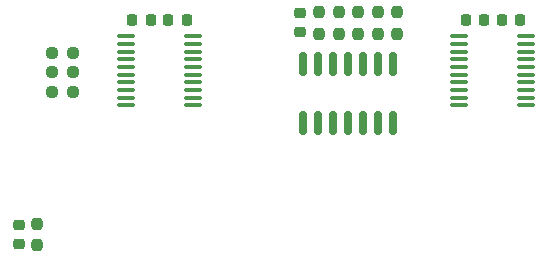
<source format=gbr>
%TF.GenerationSoftware,KiCad,Pcbnew,8.0.5*%
%TF.CreationDate,2025-05-13T06:25:59+01:00*%
%TF.ProjectId,pico1541 v0.1,7069636f-3135-4343-9120-76302e312e6b,rev?*%
%TF.SameCoordinates,Original*%
%TF.FileFunction,Paste,Top*%
%TF.FilePolarity,Positive*%
%FSLAX46Y46*%
G04 Gerber Fmt 4.6, Leading zero omitted, Abs format (unit mm)*
G04 Created by KiCad (PCBNEW 8.0.5) date 2025-05-13 06:25:59*
%MOMM*%
%LPD*%
G01*
G04 APERTURE LIST*
G04 Aperture macros list*
%AMRoundRect*
0 Rectangle with rounded corners*
0 $1 Rounding radius*
0 $2 $3 $4 $5 $6 $7 $8 $9 X,Y pos of 4 corners*
0 Add a 4 corners polygon primitive as box body*
4,1,4,$2,$3,$4,$5,$6,$7,$8,$9,$2,$3,0*
0 Add four circle primitives for the rounded corners*
1,1,$1+$1,$2,$3*
1,1,$1+$1,$4,$5*
1,1,$1+$1,$6,$7*
1,1,$1+$1,$8,$9*
0 Add four rect primitives between the rounded corners*
20,1,$1+$1,$2,$3,$4,$5,0*
20,1,$1+$1,$4,$5,$6,$7,0*
20,1,$1+$1,$6,$7,$8,$9,0*
20,1,$1+$1,$8,$9,$2,$3,0*%
G04 Aperture macros list end*
%ADD10RoundRect,0.100000X-0.637500X-0.100000X0.637500X-0.100000X0.637500X0.100000X-0.637500X0.100000X0*%
%ADD11RoundRect,0.237500X0.250000X0.237500X-0.250000X0.237500X-0.250000X-0.237500X0.250000X-0.237500X0*%
%ADD12RoundRect,0.237500X-0.250000X-0.237500X0.250000X-0.237500X0.250000X0.237500X-0.250000X0.237500X0*%
%ADD13RoundRect,0.237500X0.237500X-0.250000X0.237500X0.250000X-0.237500X0.250000X-0.237500X-0.250000X0*%
%ADD14RoundRect,0.150000X0.150000X-0.825000X0.150000X0.825000X-0.150000X0.825000X-0.150000X-0.825000X0*%
%ADD15RoundRect,0.237500X-0.237500X0.250000X-0.237500X-0.250000X0.237500X-0.250000X0.237500X0.250000X0*%
%ADD16RoundRect,0.225000X-0.225000X-0.250000X0.225000X-0.250000X0.225000X0.250000X-0.225000X0.250000X0*%
%ADD17RoundRect,0.225000X0.225000X0.250000X-0.225000X0.250000X-0.225000X-0.250000X0.225000X-0.250000X0*%
%ADD18RoundRect,0.225000X0.250000X-0.225000X0.250000X0.225000X-0.250000X0.225000X-0.250000X-0.225000X0*%
%ADD19RoundRect,0.218750X-0.256250X0.218750X-0.256250X-0.218750X0.256250X-0.218750X0.256250X0.218750X0*%
G04 APERTURE END LIST*
D10*
%TO.C,U4*%
X132580000Y-80387000D03*
X132580000Y-81037000D03*
X132580000Y-81687000D03*
X132580000Y-82337000D03*
X132580000Y-82987000D03*
X132580000Y-83637000D03*
X132580000Y-84287000D03*
X132580000Y-84937000D03*
X132580000Y-85587000D03*
X132580000Y-86237000D03*
X138305000Y-86237000D03*
X138305000Y-85587000D03*
X138305000Y-84937000D03*
X138305000Y-84287000D03*
X138305000Y-83637000D03*
X138305000Y-82987000D03*
X138305000Y-82337000D03*
X138305000Y-81687000D03*
X138305000Y-81037000D03*
X138305000Y-80387000D03*
%TD*%
%TO.C,U3*%
X160775500Y-80387000D03*
X160775500Y-81037000D03*
X160775500Y-81687000D03*
X160775500Y-82337000D03*
X160775500Y-82987000D03*
X160775500Y-83637000D03*
X160775500Y-84287000D03*
X160775500Y-84937000D03*
X160775500Y-85587000D03*
X160775500Y-86237000D03*
X166500500Y-86237000D03*
X166500500Y-85587000D03*
X166500500Y-84937000D03*
X166500500Y-84287000D03*
X166500500Y-83637000D03*
X166500500Y-82987000D03*
X166500500Y-82337000D03*
X166500500Y-81687000D03*
X166500500Y-81037000D03*
X166500500Y-80387000D03*
%TD*%
D11*
%TO.C,R4*%
X128143000Y-85090000D03*
X126318000Y-85090000D03*
%TD*%
D12*
%TO.C,R3*%
X126318000Y-83439000D03*
X128143000Y-83439000D03*
%TD*%
D13*
%TO.C,R9*%
X155575000Y-80160500D03*
X155575000Y-78335500D03*
%TD*%
D14*
%TO.C,U2*%
X147574000Y-87692000D03*
X148844000Y-87692000D03*
X150114000Y-87692000D03*
X151384000Y-87692000D03*
X152654000Y-87692000D03*
X153924000Y-87692000D03*
X155194000Y-87692000D03*
X155194000Y-82742000D03*
X153924000Y-82742000D03*
X152654000Y-82742000D03*
X151384000Y-82742000D03*
X150114000Y-82742000D03*
X148844000Y-82742000D03*
X147574000Y-82742000D03*
%TD*%
D13*
%TO.C,R8*%
X153924000Y-80160500D03*
X153924000Y-78335500D03*
%TD*%
%TO.C,R7*%
X152273000Y-80160500D03*
X152273000Y-78335500D03*
%TD*%
D15*
%TO.C,R1*%
X125030500Y-96242500D03*
X125030500Y-98067500D03*
%TD*%
D16*
%TO.C,C4*%
X161339000Y-78994000D03*
X162889000Y-78994000D03*
%TD*%
D17*
%TO.C,C2*%
X137741500Y-78994000D03*
X136191500Y-78994000D03*
%TD*%
D18*
%TO.C,C3*%
X147320000Y-79999500D03*
X147320000Y-78449500D03*
%TD*%
D19*
%TO.C,D1*%
X123506500Y-96367500D03*
X123506500Y-97942500D03*
%TD*%
D12*
%TO.C,R2*%
X126318000Y-81788000D03*
X128143000Y-81788000D03*
%TD*%
D16*
%TO.C,C1*%
X133143500Y-78994000D03*
X134693500Y-78994000D03*
%TD*%
D17*
%TO.C,C5*%
X165937000Y-78994000D03*
X164387000Y-78994000D03*
%TD*%
D13*
%TO.C,R6*%
X150622000Y-80160500D03*
X150622000Y-78335500D03*
%TD*%
%TO.C,R5*%
X148971000Y-80160500D03*
X148971000Y-78335500D03*
%TD*%
M02*

</source>
